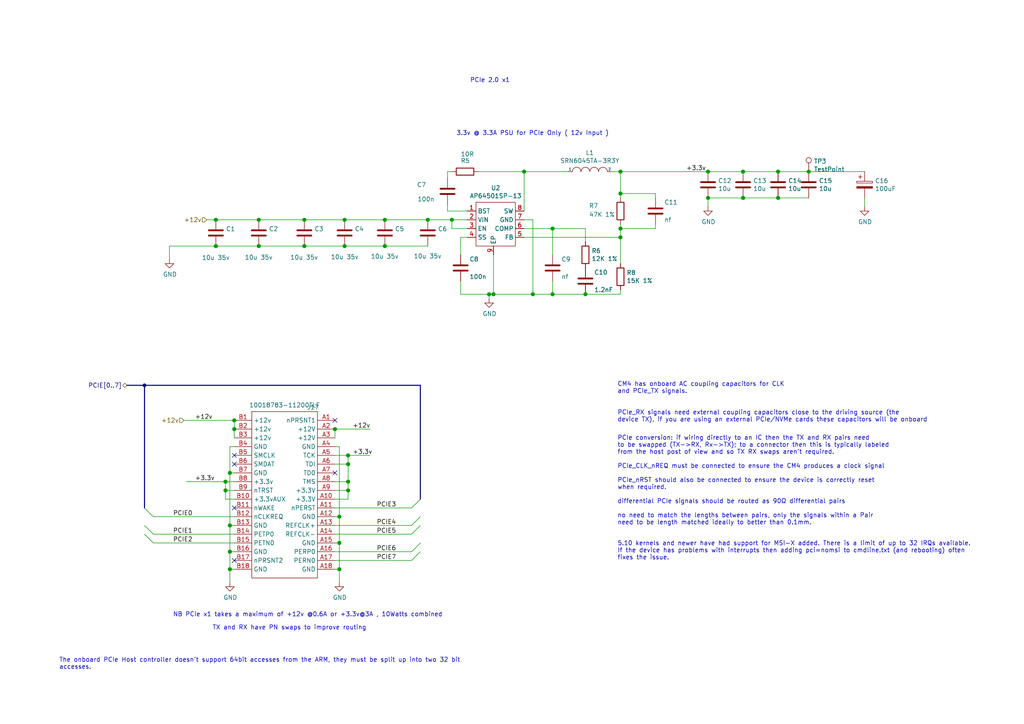
<source format=kicad_sch>
(kicad_sch (version 20210126) (generator eeschema)
  (paper "A4")
  (lib_symbols
    (symbol "CM4IO:AP64351"
      (property "Reference" "U" (at 0 8.89 0))
      (property "Value" "AP64351" (at 1.27 6.35 0))
      (symbol "AP64351_0_1"
        (rectangle (start -5.08 5.08) (end 6.35 -7.62))
      )
      (symbol "AP64351_1_1"
        (pin passive line (at -7.62 2.54 0) (length 2.54) (name "BST") (number "1"))
        (pin power_in line (at -7.62 0 0) (length 2.54) (name "VIN") (number "2"))
        (pin input line (at -7.62 -2.54 0) (length 2.54) (name "EN") (number "3"))
        (pin input line (at -7.62 -5.08 0) (length 2.54) (name "SS") (number "4"))
        (pin input line (at 8.89 -5.08 180) (length 2.54) (name "FB") (number "5"))
        (pin input line (at 8.89 -2.54 180) (length 2.54) (name "COMP") (number "6"))
        (pin power_in line (at 8.89 0 180) (length 2.54) (name "GND") (number "7"))
        (pin output line (at 8.89 2.54 180) (length 2.54) (name "SW") (number "8"))
        (pin passive line (at 0 -10.16 90) (length 2.54) (name "EP") (number "9"))
      )
    )
    (symbol "CM4IO:PCIe-x1"
      (property "Reference" "J" (at -13.97 36.83 0))
      (property "Value" "PCIe-x1" (at -5.08 -13.97 0))
      (symbol "PCIe-x1_0_0"
        (pin passive line (at 10.16 33.02 180) (length 5.08) (name "nPRSNT1") (number "A1"))
        (pin power_in line (at 10.16 10.16 180) (length 5.08) (name "+3.3V") (number "A10"))
        (pin input line (at 10.16 7.62 180) (length 5.08) (name "nPERST") (number "A11"))
        (pin power_in line (at 10.16 5.08 180) (length 5.08) (name "GND") (number "A12"))
        (pin input line (at 10.16 2.54 180) (length 5.08) (name "REFCLK+") (number "A13"))
        (pin input line (at 10.16 0 180) (length 5.08) (name "REFCLK-") (number "A14"))
        (pin power_in line (at 10.16 -2.54 180) (length 5.08) (name "GND") (number "A15"))
        (pin output line (at 10.16 -5.08 180) (length 5.08) (name "PERP0") (number "A16"))
        (pin output line (at 10.16 -7.62 180) (length 5.08) (name "PERN0") (number "A17"))
        (pin power_in line (at 10.16 -10.16 180) (length 5.08) (name "GND") (number "A18"))
        (pin power_in line (at 10.16 30.48 180) (length 5.08) (name "+12V") (number "A2"))
        (pin power_in line (at 10.16 27.94 180) (length 5.08) (name "+12V") (number "A3"))
        (pin power_in line (at 10.16 25.4 180) (length 5.08) (name "GND") (number "A4"))
        (pin input line (at 10.16 22.86 180) (length 5.08) (name "TCK") (number "A5"))
        (pin input line (at 10.16 20.32 180) (length 5.08) (name "TDI") (number "A6"))
        (pin output line (at 10.16 17.78 180) (length 5.08) (name "TD0") (number "A7"))
        (pin input line (at 10.16 15.24 180) (length 5.08) (name "TMS") (number "A8"))
        (pin power_in line (at 10.16 12.7 180) (length 5.08) (name "+3.3V") (number "A9"))
        (pin power_in line (at -19.05 33.02 0) (length 5.08) (name "+12v") (number "B1"))
        (pin power_in line (at -19.05 10.16 0) (length 5.08) (name "+3.3vAUX") (number "B10"))
        (pin open_collector line (at -19.05 7.62 0) (length 5.08) (name "nWAKE") (number "B11"))
        (pin open_collector line (at -19.05 5.08 0) (length 5.08) (name "nCLKREQ") (number "B12"))
        (pin power_in line (at -19.05 2.54 0) (length 5.08) (name "GND") (number "B13"))
        (pin input line (at -19.05 0 0) (length 5.08) (name "PETP0") (number "B14"))
        (pin input line (at -19.05 -2.54 0) (length 5.08) (name "PETN0") (number "B15"))
        (pin power_in line (at -19.05 -5.08 0) (length 5.08) (name "GND") (number "B16"))
        (pin passive line (at -19.05 -7.62 0) (length 5.08) (name "nPRSNT2") (number "B17"))
        (pin power_in line (at -19.05 -10.16 0) (length 5.08) (name "GND") (number "B18"))
        (pin power_in line (at -19.05 30.48 0) (length 5.08) (name "+12v") (number "B2"))
        (pin power_in line (at -19.05 27.94 0) (length 5.08) (name "+12v") (number "B3"))
        (pin power_in line (at -19.05 25.4 0) (length 5.08) (name "GND") (number "B4"))
        (pin passive line (at -19.05 22.86 0) (length 5.08) (name "SMCLK") (number "B5"))
        (pin passive line (at -19.05 20.32 0) (length 5.08) (name "SMDAT") (number "B6"))
        (pin power_in line (at -19.05 17.78 0) (length 5.08) (name "GND") (number "B7"))
        (pin power_in line (at -19.05 15.24 0) (length 5.08) (name "+3.3v") (number "B8"))
        (pin input line (at -19.05 12.7 0) (length 5.08) (name "nTRST") (number "B9"))
      )
      (symbol "PCIe-x1_0_1"
        (rectangle (start -13.97 35.56) (end 5.08 -12.7))
      )
    )
    (symbol "Connector:TestPoint" (pin_numbers hide) (pin_names (offset 0.762) hide)
      (property "Reference" "TP" (at 0 6.858 0))
      (property "Value" "TestPoint" (at 0 5.08 0))
      (symbol "TestPoint_0_1"
        (circle (center 0 3.302) (radius 0.762))
      )
      (symbol "TestPoint_1_1"
        (pin passive line (at 0 0 90) (length 2.54) (name "1") (number "1"))
      )
    )
    (symbol "Device:C" (pin_numbers hide) (pin_names (offset 0.254))
      (property "Reference" "C" (at 0.635 2.54 0))
      (property "Value" "C" (at 0.635 -2.54 0))
      (symbol "C_0_1"
        (polyline (pts (xy -2.032 -0.762) (xy 2.032 -0.762)) (stroke (width 0.508)))
        (polyline (pts (xy -2.032 0.762) (xy 2.032 0.762)) (stroke (width 0.508)))
      )
      (symbol "C_1_1"
        (pin passive line (at 0 3.81 270) (length 2.794) (name "~") (number "1"))
        (pin passive line (at 0 -3.81 90) (length 2.794) (name "~") (number "2"))
      )
    )
    (symbol "Device:CP" (pin_numbers hide) (pin_names (offset 0.254))
      (property "Reference" "C" (at 0.635 2.54 0))
      (property "Value" "CP" (at 0.635 -2.54 0))
      (symbol "CP_0_1"
        (rectangle (start -2.286 0.508) (end 2.286 1.016))
        (rectangle (start 2.286 -0.508) (end -2.286 -1.016) (fill (type outline)))
        (polyline (pts (xy -1.778 2.286) (xy -0.762 2.286)))
        (polyline (pts (xy -1.27 2.794) (xy -1.27 1.778)))
      )
      (symbol "CP_1_1"
        (pin passive line (at 0 3.81 270) (length 2.794) (name "~") (number "1"))
        (pin passive line (at 0 -3.81 90) (length 2.794) (name "~") (number "2"))
      )
    )
    (symbol "Device:R" (pin_numbers hide) (pin_names (offset 0))
      (property "Reference" "R" (at 2.032 0 90))
      (property "Value" "R" (at 0 0 90))
      (symbol "R_0_1"
        (rectangle (start -1.016 -2.54) (end 1.016 2.54) (stroke (width 0.254)))
      )
      (symbol "R_1_1"
        (pin passive line (at 0 3.81 270) (length 1.27) (name "~") (number "1"))
        (pin passive line (at 0 -3.81 90) (length 1.27) (name "~") (number "2"))
      )
    )
    (symbol "power:GND" (power) (pin_names (offset 0))
      (property "Value" "GND" (at 0 -3.81 0))
      (symbol "GND_0_1"
        (polyline (pts (xy 0 0) (xy 0 -1.27) (xy 1.27 -1.27) (xy 0 -2.54) (xy -1.27 -1.27) (xy 0 -1.27)))
      )
      (symbol "GND_1_1"
        (pin power_in line (at 0 0 270) (length 0) hide (name "GND") (number "1"))
      )
    )
    (symbol "pspice:INDUCTOR" (pin_numbers hide) (pin_names (offset 0))
      (property "Reference" "L" (at 0 2.54 0))
      (property "Value" "INDUCTOR" (at 0 -1.27 0))
      (symbol "INDUCTOR_0_1"
        (arc (start -2.54 0) (end -5.08 0) (radius (at -3.81 0) (length 1.27) (angles 0.1 179.9)))
        (arc (start 0 0) (end -2.54 0) (radius (at -1.27 0) (length 1.27) (angles 0.1 179.9)))
        (arc (start 2.54 0) (end 0 0) (radius (at 1.27 0) (length 1.27) (angles 0.1 179.9)))
        (arc (start 5.08 0) (end 2.54 0) (radius (at 3.81 0) (length 1.27) (angles 0.1 179.9)))
      )
      (symbol "INDUCTOR_1_1"
        (pin input line (at -6.35 0 0) (length 1.27) (name "1") (number "1"))
        (pin input line (at 6.35 0 180) (length 1.27) (name "2") (number "2"))
      )
    )
  )
  (junction (at 62.611 63.754) (diameter 1.016))
  (junction (at 62.611 71.374) (diameter 1.016))
  (junction (at 65.405 139.7) (diameter 1.016))
  (junction (at 65.405 142.24) (diameter 1.016))
  (junction (at 66.675 137.16) (diameter 1.016))
  (junction (at 66.675 152.4) (diameter 1.016))
  (junction (at 66.675 160.02) (diameter 1.016))
  (junction (at 66.675 165.1) (diameter 1.016))
  (junction (at 67.945 121.92) (diameter 1.016))
  (junction (at 67.945 124.46) (diameter 1.016))
  (junction (at 75.057 63.754) (diameter 1.016))
  (junction (at 75.057 71.374) (diameter 1.016))
  (junction (at 88.265 63.754) (diameter 1.016))
  (junction (at 88.265 71.374) (diameter 1.016))
  (junction (at 97.155 124.46) (diameter 1.016))
  (junction (at 98.425 149.86) (diameter 1.016))
  (junction (at 98.425 157.48) (diameter 1.016))
  (junction (at 98.425 165.1) (diameter 1.016))
  (junction (at 99.949 63.754) (diameter 1.016))
  (junction (at 99.949 71.374) (diameter 1.016))
  (junction (at 100.965 132.08) (diameter 1.016))
  (junction (at 100.965 134.62) (diameter 1.016))
  (junction (at 100.965 139.7) (diameter 1.016))
  (junction (at 100.965 142.24) (diameter 1.016))
  (junction (at 111.633 63.754) (diameter 1.016))
  (junction (at 111.633 71.374) (diameter 1.016))
  (junction (at 124.079 63.754) (diameter 1.016))
  (junction (at 131.064 63.754) (diameter 1.016))
  (junction (at 141.859 85.344) (diameter 1.016))
  (junction (at 143.129 85.344) (diameter 1.016))
  (junction (at 152.019 49.784) (diameter 1.016))
  (junction (at 154.559 85.344) (diameter 1.016))
  (junction (at 160.274 66.294) (diameter 1.016))
  (junction (at 160.274 85.344) (diameter 1.016))
  (junction (at 169.799 85.344) (diameter 1.016))
  (junction (at 179.959 49.784) (diameter 1.016))
  (junction (at 179.959 56.134) (diameter 1.016))
  (junction (at 179.959 66.294) (diameter 1.016))
  (junction (at 179.959 68.834) (diameter 1.016))
  (junction (at 205.359 49.784) (diameter 1.016))
  (junction (at 205.359 57.404) (diameter 1.016))
  (junction (at 215.519 49.784) (diameter 1.016))
  (junction (at 215.519 57.404) (diameter 1.016))
  (junction (at 225.679 49.784) (diameter 1.016))
  (junction (at 225.679 57.404) (diameter 1.016))
  (junction (at 234.569 49.784) (diameter 1.016))
  (junction (at 41.91 111.76) (diameter 0.9144))
  (no_connect (at 67.945 132.08))
  (no_connect (at 67.945 134.62))
  (no_connect (at 67.945 147.32))
  (no_connect (at 67.945 162.56))
  (no_connect (at 97.155 121.92))
  (no_connect (at 97.155 137.16))
  (bus_entry (at 41.91 147.32) (size 2.54 2.54) (stroke (width 0.1524)))
  (bus_entry (at 41.91 152.4) (size 2.54 2.54) (stroke (width 0.1524)))
  (bus_entry (at 41.91 154.94) (size 2.54 2.54) (stroke (width 0.1524)))
  (bus_entry (at 121.92 144.78) (size -2.54 2.54) (stroke (width 0.1524)))
  (bus_entry (at 121.92 149.86) (size -2.54 2.54) (stroke (width 0.1524)))
  (bus_entry (at 121.92 152.4) (size -2.54 2.54) (stroke (width 0.1524)))
  (bus_entry (at 121.92 157.48) (size -2.54 2.54) (stroke (width 0.1524)))
  (bus_entry (at 121.92 160.02) (size -2.54 2.54) (stroke (width 0.1524)))
  (wire (pts (xy 49.149 71.374) (xy 49.149 75.184)))
  (wire (pts (xy 49.149 71.374) (xy 62.611 71.374)))
  (wire (pts (xy 53.34 121.92) (xy 67.945 121.92)))
  (wire (pts (xy 53.975 139.7) (xy 65.405 139.7)))
  (wire (pts (xy 59.944 63.754) (xy 62.611 63.754)))
  (wire (pts (xy 62.611 63.754) (xy 75.057 63.754)))
  (wire (pts (xy 62.611 71.374) (xy 75.057 71.374)))
  (wire (pts (xy 65.405 139.7) (xy 65.405 142.24)))
  (wire (pts (xy 65.405 139.7) (xy 67.945 139.7)))
  (wire (pts (xy 65.405 142.24) (xy 65.405 144.78)))
  (wire (pts (xy 65.405 142.24) (xy 67.945 142.24)))
  (wire (pts (xy 65.405 144.78) (xy 67.945 144.78)))
  (wire (pts (xy 66.675 129.54) (xy 66.675 137.16)))
  (wire (pts (xy 66.675 137.16) (xy 66.675 152.4)))
  (wire (pts (xy 66.675 152.4) (xy 66.675 160.02)))
  (wire (pts (xy 66.675 160.02) (xy 66.675 165.1)))
  (wire (pts (xy 66.675 165.1) (xy 66.675 168.91)))
  (wire (pts (xy 66.675 165.1) (xy 67.945 165.1)))
  (wire (pts (xy 67.945 124.46) (xy 67.945 121.92)))
  (wire (pts (xy 67.945 127) (xy 67.945 124.46)))
  (wire (pts (xy 67.945 129.54) (xy 66.675 129.54)))
  (wire (pts (xy 67.945 137.16) (xy 66.675 137.16)))
  (wire (pts (xy 67.945 149.86) (xy 44.45 149.86)))
  (wire (pts (xy 67.945 152.4) (xy 66.675 152.4)))
  (wire (pts (xy 67.945 154.94) (xy 44.45 154.94)))
  (wire (pts (xy 67.945 157.48) (xy 44.45 157.48)))
  (wire (pts (xy 67.945 160.02) (xy 66.675 160.02)))
  (wire (pts (xy 75.057 63.754) (xy 88.265 63.754)))
  (wire (pts (xy 75.057 71.374) (xy 88.265 71.374)))
  (wire (pts (xy 88.265 63.754) (xy 99.949 63.754)))
  (wire (pts (xy 88.265 71.374) (xy 99.949 71.374)))
  (wire (pts (xy 97.155 124.46) (xy 107.315 124.46)))
  (wire (pts (xy 97.155 127) (xy 97.155 124.46)))
  (wire (pts (xy 97.155 129.54) (xy 98.425 129.54)))
  (wire (pts (xy 97.155 132.08) (xy 100.965 132.08)))
  (wire (pts (xy 97.155 134.62) (xy 100.965 134.62)))
  (wire (pts (xy 97.155 139.7) (xy 100.965 139.7)))
  (wire (pts (xy 97.155 142.24) (xy 100.965 142.24)))
  (wire (pts (xy 97.155 144.78) (xy 100.965 144.78)))
  (wire (pts (xy 97.155 147.32) (xy 119.38 147.32)))
  (wire (pts (xy 97.155 149.86) (xy 98.425 149.86)))
  (wire (pts (xy 97.155 152.4) (xy 119.38 152.4)))
  (wire (pts (xy 97.155 154.94) (xy 119.38 154.94)))
  (wire (pts (xy 97.155 157.48) (xy 98.425 157.48)))
  (wire (pts (xy 97.155 160.02) (xy 119.38 160.02)))
  (wire (pts (xy 97.155 162.56) (xy 119.38 162.56)))
  (wire (pts (xy 98.425 129.54) (xy 98.425 149.86)))
  (wire (pts (xy 98.425 149.86) (xy 98.425 157.48)))
  (wire (pts (xy 98.425 157.48) (xy 98.425 165.1)))
  (wire (pts (xy 98.425 165.1) (xy 97.155 165.1)))
  (wire (pts (xy 98.425 165.1) (xy 98.425 168.91)))
  (wire (pts (xy 99.949 63.754) (xy 111.633 63.754)))
  (wire (pts (xy 99.949 71.374) (xy 111.633 71.374)))
  (wire (pts (xy 100.965 132.08) (xy 100.965 134.62)))
  (wire (pts (xy 100.965 132.08) (xy 107.315 132.08)))
  (wire (pts (xy 100.965 134.62) (xy 100.965 139.7)))
  (wire (pts (xy 100.965 139.7) (xy 100.965 142.24)))
  (wire (pts (xy 100.965 144.78) (xy 100.965 142.24)))
  (wire (pts (xy 111.633 63.754) (xy 124.079 63.754)))
  (wire (pts (xy 111.633 71.374) (xy 124.079 71.374)))
  (wire (pts (xy 124.079 63.754) (xy 131.064 63.754)))
  (wire (pts (xy 129.794 49.784) (xy 131.064 49.784)))
  (wire (pts (xy 129.794 51.689) (xy 129.794 49.784)))
  (wire (pts (xy 129.794 59.309) (xy 129.794 61.214)))
  (wire (pts (xy 129.794 61.214) (xy 135.509 61.214)))
  (wire (pts (xy 131.064 63.754) (xy 131.064 66.294)))
  (wire (pts (xy 131.064 63.754) (xy 135.509 63.754)))
  (wire (pts (xy 131.064 66.294) (xy 135.509 66.294)))
  (wire (pts (xy 133.604 68.834) (xy 133.604 73.914)))
  (wire (pts (xy 133.604 81.534) (xy 133.604 85.344)))
  (wire (pts (xy 133.604 85.344) (xy 141.859 85.344)))
  (wire (pts (xy 135.509 68.834) (xy 133.604 68.834)))
  (wire (pts (xy 138.684 49.784) (xy 152.019 49.784)))
  (wire (pts (xy 141.859 85.344) (xy 143.129 85.344)))
  (wire (pts (xy 141.859 86.614) (xy 141.859 85.344)))
  (wire (pts (xy 143.129 73.914) (xy 143.129 85.344)))
  (wire (pts (xy 143.129 85.344) (xy 154.559 85.344)))
  (wire (pts (xy 152.019 49.784) (xy 152.019 61.214)))
  (wire (pts (xy 152.019 49.784) (xy 164.719 49.784)))
  (wire (pts (xy 152.019 63.754) (xy 154.559 63.754)))
  (wire (pts (xy 152.019 66.294) (xy 160.274 66.294)))
  (wire (pts (xy 152.019 68.834) (xy 179.959 68.834)))
  (wire (pts (xy 154.559 63.754) (xy 154.559 85.344)))
  (wire (pts (xy 154.559 85.344) (xy 160.274 85.344)))
  (wire (pts (xy 160.274 66.294) (xy 160.274 73.914)))
  (wire (pts (xy 160.274 66.294) (xy 169.799 66.294)))
  (wire (pts (xy 160.274 81.534) (xy 160.274 85.344)))
  (wire (pts (xy 160.274 85.344) (xy 169.799 85.344)))
  (wire (pts (xy 169.799 70.104) (xy 169.799 66.294)))
  (wire (pts (xy 169.799 85.344) (xy 179.959 85.344)))
  (wire (pts (xy 177.419 49.784) (xy 179.959 49.784)))
  (wire (pts (xy 179.959 49.784) (xy 179.959 56.134)))
  (wire (pts (xy 179.959 49.784) (xy 205.359 49.784)))
  (wire (pts (xy 179.959 56.134) (xy 179.959 57.404)))
  (wire (pts (xy 179.959 56.134) (xy 190.119 56.134)))
  (wire (pts (xy 179.959 65.024) (xy 179.959 66.294)))
  (wire (pts (xy 179.959 66.294) (xy 179.959 68.834)))
  (wire (pts (xy 179.959 66.294) (xy 190.119 66.294)))
  (wire (pts (xy 179.959 68.834) (xy 179.959 76.454)))
  (wire (pts (xy 179.959 85.344) (xy 179.959 84.074)))
  (wire (pts (xy 190.119 56.134) (xy 190.119 57.404)))
  (wire (pts (xy 190.119 66.294) (xy 190.119 65.024)))
  (wire (pts (xy 205.359 49.784) (xy 215.519 49.784)))
  (wire (pts (xy 205.359 57.404) (xy 205.359 59.944)))
  (wire (pts (xy 215.519 49.784) (xy 225.679 49.784)))
  (wire (pts (xy 215.519 57.404) (xy 205.359 57.404)))
  (wire (pts (xy 225.679 49.784) (xy 234.569 49.784)))
  (wire (pts (xy 225.679 57.404) (xy 215.519 57.404)))
  (wire (pts (xy 234.569 49.784) (xy 250.7742 49.784)))
  (wire (pts (xy 234.569 57.404) (xy 225.679 57.404)))
  (wire (pts (xy 250.7742 57.404) (xy 250.7742 59.944)))
  (bus (pts (xy 36.83 111.76) (xy 41.91 111.76)))
  (bus (pts (xy 41.91 111.76) (xy 41.91 154.94)))
  (bus (pts (xy 41.91 111.76) (xy 121.92 111.76)))
  (bus (pts (xy 121.92 111.76) (xy 121.92 160.02)))
  (text "The onboard PCIe Host controller doesn’t support 64bit accesses from the ARM, they must be split up into two 32 bit\naccesses.\n" (at 17.145 194.31 0) (effects (font (size 1.27 1.27)) (justify left bottom)))
  (text "NB PCIe x1 takes a maximum of +12v @0.6A or +3.3v@3A , 10Watts combined" (at 50.165 179.07 0) (effects (font (size 1.27 1.27)) (justify left bottom)))
  (text "TX and RX have PN swaps to improve routing\n" (at 61.595 182.88 0) (effects (font (size 1.27 1.27)) (justify left bottom)))
  (text "3.3v @ 3.3A PSU for PCIe Only ( 12v Input )\n\n" (at 132.334 41.529 0) (effects (font (size 1.27 1.27)) (justify left bottom)))
  (text "PCIe 2.0 x1" (at 147.955 24.13 180) (effects (font (size 1.27 1.27)) (justify right bottom)))
  (text "CM4 has onboard AC coupling capacitors for CLK\nand PCIe_TX signals." (at 179.07 114.3 0) (effects (font (size 1.27 1.27)) (justify left bottom)))
  (text "PCIe_RX signals need external coupling capacitors close to the driving source (the\ndevice TX), if you are using an external PCIe/NVMe cards these capacitors will be onboard" (at 179.07 122.555 0) (effects (font (size 1.27 1.27)) (justify left bottom)))
  (text "PCIe conversion: if wiring directly to an IC then the TX and RX pairs need\nto be swapped (TX->RX, Rx->TX); to a connector then this is typically labeled\nfrom the host post of view and so TX RX swaps aren’t required.\n\nPCIe_CLK_nREQ must be connected to ensure the CM4 produces a clock signal\n\nPCIe_nRST should also be connected to ensure the device is correctly reset\nwhen required.\n\ndifferential PCIe signals should be routed as 90Ω differential pairs\n\nno need to match the lengths between pairs, only the signals within a Pair\nneed to be length matched ideally to better than 0.1mm.\n" (at 179.07 152.4 0) (effects (font (size 1.27 1.27)) (justify left bottom)))
  (text "5.10 kernels and newer have had support for MSI-X added. There is a limit of up to 32 IRQs available.\nIf the device has problems with interrupts then adding pci=nomsi to cmdline.txt (and rebooting) often\nfixes the issue.\n" (at 179.07 162.56 0) (effects (font (size 1.27 1.27)) (justify left bottom)))
  (label "PCIE0" (at 50.165 149.86 0))
  (label "PCIE1" (at 50.165 154.94 0))
  (label "PCIE2" (at 50.165 157.48 0))
  (label "+12v" (at 56.515 121.92 0))
  (label "+3.3v" (at 56.515 139.7 0))
  (label "+12v" (at 102.235 124.46 0))
  (label "+3.3v" (at 102.235 132.08 0))
  (label "PCIE3" (at 114.935 147.32 180))
  (label "PCIE4" (at 114.935 152.4 180))
  (label "PCIE5" (at 114.935 154.94 180))
  (label "PCIE6" (at 114.935 160.02 180))
  (label "PCIE7" (at 114.935 162.56 180))
  (label "+3.3v" (at 199.009 49.784 0))
  (hierarchical_label "PCIE[0..7]" (shape bidirectional) (at 36.83 111.76 180))
  (hierarchical_label "+12v" (shape input) (at 53.34 121.92 180))
  (hierarchical_label "+12v" (shape input) (at 59.944 63.754 180))
  (symbol (lib_id "Connector:TestPoint") (at 234.569 49.784 0) (unit 1)
    (property "Reference" "TP3" (at 236.0422 46.7868 0) (effects (justify left)))
    (property "Value" "TestPoint" (at 236.0422 49.0982 0) (effects (justify left)))
    (property "Footprint" "TestPoint:TestPoint_Pad_2.0x2.0mm" (effects hide))
    (property "Field4" "nf" (effects hide))
    (property "Field5" "nf" (effects hide))
    (property "Field6" "nf" (effects hide))
    (property "Field7" "nf" (effects hide))
  )
  (symbol (lib_id "power:GND") (at 49.149 75.184 0) (unit 1)
    (property "Reference" "#PWR021" (effects hide))
    (property "Value" "GND" (at 49.276 79.5782 0))
  )
  (symbol (lib_id "power:GND") (at 66.675 168.91 0) (unit 1)
    (property "Reference" "#PWR022" (effects hide))
    (property "Value" "GND" (at 66.802 173.3042 0))
  )
  (symbol (lib_id "power:GND") (at 98.425 168.91 0) (unit 1)
    (property "Reference" "#PWR023" (effects hide))
    (property "Value" "GND" (at 98.552 173.3042 0))
  )
  (symbol (lib_id "power:GND") (at 141.859 86.614 0) (unit 1)
    (property "Reference" "#PWR024" (effects hide))
    (property "Value" "GND" (at 141.986 91.0082 0))
  )
  (symbol (lib_id "power:GND") (at 205.359 59.944 0) (unit 1)
    (property "Reference" "#PWR025" (effects hide))
    (property "Value" "GND" (at 205.486 64.3382 0))
  )
  (symbol (lib_id "power:GND") (at 250.7742 59.944 0) (unit 1)
    (property "Reference" "#PWR026" (effects hide))
    (property "Value" "GND" (at 250.9012 64.3382 0))
  )
  (symbol (lib_id "Device:R") (at 134.874 49.784 270) (unit 1)
    (property "Reference" "R5" (at 133.604 46.609 90) (effects (justify left)))
    (property "Value" "10R" (at 133.604 44.704 90) (effects (justify left)))
    (property "Footprint" "Resistor_SMD:R_0402_1005Metric" (effects hide))
    (property "Datasheet" "https://fscdn.rohm.com/en/products/databook/datasheet/passive/resistor/chip_resistor/mcr-e.pdf" (effects hide))
    (property "Field4" "Farnell" (effects hide))
    (property "Field5" "9238999" (effects hide))
    (property "Field7" "Yageo" (effects hide))
    (property "Field6" "RC0402FR-0710RL" (effects hide))
    (property "Field8" "URES00256" (effects hide))
    (property "Part Description" "Resistor 10R M1005 1% 63mW" (effects hide))
  )
  (symbol (lib_id "Device:R") (at 169.799 73.914 0) (unit 1)
    (property "Reference" "R6" (at 171.577 72.7456 0) (effects (justify left)))
    (property "Value" "12K 1%" (at 171.577 75.057 0) (effects (justify left)))
    (property "Footprint" "Resistor_SMD:R_0402_1005Metric" (effects hide))
    (property "Datasheet" "https://fscdn.rohm.com/en/products/databook/datasheet/passive/resistor/chip_resistor/mcr-e.pdf" (effects hide))
    (property "Field4" "Farnell" (effects hide))
    (property "Field5" "9239367" (effects hide))
    (property "Field7" "Rohm" (effects hide))
    (property "Field6" "MCR01MZPF1202" (effects hide))
    (property "Part Description" "Resistor 12K M1005 1% 63mW" (effects hide))
  )
  (symbol (lib_id "Device:R") (at 179.959 61.214 0) (unit 1)
    (property "Reference" "R7" (at 170.815 59.69 0) (effects (justify left)))
    (property "Value" "47K 1%" (at 170.815 62.23 0) (effects (justify left)))
    (property "Footprint" "Resistor_SMD:R_0402_1005Metric" (effects hide))
    (property "Datasheet" "https://fscdn.rohm.com/en/products/databook/datasheet/passive/resistor/chip_resistor/mcr-e.pdf" (effects hide))
    (property "Field4" "Farnell" (effects hide))
    (property "Field5" "9239430" (effects hide))
    (property "Field7" "KOA EUROPE GMBH" (effects hide))
    (property "Field6" "RK73G1ETQTP4702D  " (effects hide))
    (property "Part Description" "Resistor 47K M1005 1% 63mW" (effects hide))
    (property "Field8" "120892781" (effects hide))
  )
  (symbol (lib_id "Device:R") (at 179.959 80.264 0) (unit 1)
    (property "Reference" "R8" (at 181.737 79.0956 0) (effects (justify left)))
    (property "Value" "15K 1%" (at 181.737 81.407 0) (effects (justify left)))
    (property "Footprint" "Resistor_SMD:R_0402_1005Metric" (effects hide))
    (property "Datasheet" "https://fscdn.rohm.com/en/products/databook/datasheet/passive/resistor/chip_resistor/mcr-e.pdf" (effects hide))
    (property "Field4" "Farnell" (effects hide))
    (property "Field5" "9239375" (effects hide))
    (property "Field6" "MCR01MZPF1502" (effects hide))
    (property "Field7" "Rohm" (effects hide))
    (property "Part Description" "Resistor 15K M1005 1% 63mW" (effects hide))
    (property "Field8" "120891581" (effects hide))
  )
  (symbol (lib_id "pspice:INDUCTOR") (at 171.069 49.784 0) (unit 1)
    (property "Reference" "L1" (at 171.069 44.323 0))
    (property "Value" "SRN6045TA-3R3Y" (at 171.069 46.6344 0))
    (property "Footprint" "Inductor_SMD:L_Bourns_SRN6045TA" (effects hide))
    (property "Datasheet" "https://www.bourns.com/docs/Product-Datasheets/SRN6045TA.pdf" (effects hide))
    (property "Field4" "Farnell" (effects hide))
    (property "Field5" "2616889" (effects hide))
    (property "Field6" "SRN6045TA-3R3Y" (effects hide))
    (property "Field7" "Bourns" (effects hide))
    (property "Part Description" "3.3µH Semi-Shielded Wirewound Inductor 7.8A 21mOhm Nonstandard" (effects hide))
  )
  (symbol (lib_id "Device:C") (at 62.611 67.564 0) (unit 1)
    (property "Reference" "C1" (at 65.532 66.3956 0) (effects (justify left)))
    (property "Value" "10u 35v" (at 58.5216 74.7268 0) (effects (justify left)))
    (property "Footprint" "Capacitor_SMD:C_0805_2012Metric" (effects hide))
    (property "Datasheet" "https://www.murata.com/en-global/products/productdetail.aspx?partno=GRM21BC8YA106ME11%23" (effects hide))
    (property "Field5" "490-10505-1-ND" (effects hide))
    (property "Field4" "Digikey" (effects hide))
    (property "Field6" "GRM21BC8YA106KE11L " (effects hide))
    (property "Field7" "Murata" (effects hide))
    (property "Part Description" "	10uF 10% or 20% 35V Ceramic Capacitor X6S 0805 (2012 Metric)" (effects hide))
  )
  (symbol (lib_id "Device:C") (at 75.057 67.564 0) (unit 1)
    (property "Reference" "C2" (at 77.978 66.3956 0) (effects (justify left)))
    (property "Value" "10u 35v" (at 70.9676 74.6506 0) (effects (justify left)))
    (property "Footprint" "Capacitor_SMD:C_0805_2012Metric" (effects hide))
    (property "Datasheet" "https://www.murata.com/en-global/products/productdetail.aspx?partno=GRM21BC8YA106ME11%23" (effects hide))
    (property "Field5" "490-10505-1-ND" (effects hide))
    (property "Field4" "Digikey" (effects hide))
    (property "Field6" "GRM21BC8YA106KE11L " (effects hide))
    (property "Field7" "Murata" (effects hide))
    (property "Part Description" "	10uF 10% or 20% 35V Ceramic Capacitor X6S 0805 (2012 Metric)" (effects hide))
  )
  (symbol (lib_id "Device:C") (at 88.265 67.564 0) (unit 1)
    (property "Reference" "C3" (at 91.186 66.3956 0) (effects (justify left)))
    (property "Value" "10u 35v" (at 84.1502 74.6506 0) (effects (justify left)))
    (property "Footprint" "Capacitor_SMD:C_0805_2012Metric" (effects hide))
    (property "Datasheet" "https://www.murata.com/en-global/products/productdetail.aspx?partno=GRM21BC8YA106ME11%23" (effects hide))
    (property "Field5" "490-10505-1-ND" (effects hide))
    (property "Field4" "Digikey" (effects hide))
    (property "Field6" "GRM21BC8YA106KE11L " (effects hide))
    (property "Field7" "Murata" (effects hide))
    (property "Part Description" "	10uF 10% or 20% 35V Ceramic Capacitor X6S 0805 (2012 Metric)" (effects hide))
  )
  (symbol (lib_id "Device:C") (at 99.949 67.564 0) (unit 1)
    (property "Reference" "C4" (at 102.87 66.3956 0) (effects (justify left)))
    (property "Value" "10u 35v" (at 95.9104 74.5236 0) (effects (justify left)))
    (property "Footprint" "Capacitor_SMD:C_0805_2012Metric" (effects hide))
    (property "Datasheet" "https://www.murata.com/en-global/products/productdetail.aspx?partno=GRM21BC8YA106ME11%23" (effects hide))
    (property "Field5" "490-10505-1-ND" (effects hide))
    (property "Field4" "Digikey" (effects hide))
    (property "Field6" "GRM21BC8YA106KE11L " (effects hide))
    (property "Field7" "Murata" (effects hide))
    (property "Part Description" "	10uF 10% or 20% 35V Ceramic Capacitor X6S 0805 (2012 Metric)" (effects hide))
  )
  (symbol (lib_id "Device:C") (at 111.633 67.564 0) (unit 1)
    (property "Reference" "C5" (at 114.554 66.3956 0) (effects (justify left)))
    (property "Value" "10u 35v" (at 107.5182 74.3712 0) (effects (justify left)))
    (property "Footprint" "Capacitor_SMD:C_0805_2012Metric" (effects hide))
    (property "Datasheet" "https://www.murata.com/en-global/products/productdetail.aspx?partno=GRM21BC8YA106ME11%23" (effects hide))
    (property "Field5" "490-10505-1-ND" (effects hide))
    (property "Field4" "Digikey" (effects hide))
    (property "Field6" "GRM21BC8YA106KE11L " (effects hide))
    (property "Field7" "Murata" (effects hide))
    (property "Part Description" "	10uF 10% or 20% 35V Ceramic Capacitor X6S 0805 (2012 Metric)" (effects hide))
  )
  (symbol (lib_id "Device:C") (at 124.079 67.564 0) (unit 1)
    (property "Reference" "C6" (at 127 66.3956 0) (effects (justify left)))
    (property "Value" "10u 35v" (at 119.9642 74.295 0) (effects (justify left)))
    (property "Footprint" "Capacitor_SMD:C_0805_2012Metric" (effects hide))
    (property "Datasheet" "https://www.murata.com/en-global/products/productdetail.aspx?partno=GRM21BC8YA106ME11%23" (effects hide))
    (property "Field5" "490-10505-1-ND" (effects hide))
    (property "Field4" "Digikey" (effects hide))
    (property "Field6" "GRM21BC8YA106KE11L " (effects hide))
    (property "Field7" "Murata" (effects hide))
    (property "Part Description" "	10uF 10% or 20% 35V Ceramic Capacitor X6S 0805 (2012 Metric)" (effects hide))
  )
  (symbol (lib_id "Device:C") (at 129.794 55.499 0) (unit 1)
    (property "Reference" "C7" (at 120.904 53.594 0) (effects (justify left)))
    (property "Value" "100n" (at 121.0564 57.7596 0) (effects (justify left)))
    (property "Footprint" "Capacitor_SMD:C_0402_1005Metric" (effects hide))
    (property "Datasheet" "https://search.murata.co.jp/Ceramy/image/img/A01X/G101/ENG/GRM155R71C104KA88-01.pdf" (effects hide))
    (property "Field4" "Farnell" (effects hide))
    (property "Field5" "2611911" (effects hide))
    (property "Field6" "RM EMK105 B7104KV-F" (effects hide))
    (property "Field7" "TAIYO YUDEN EUROPE GMBH" (effects hide))
    (property "Part Description" "	0.1uF 10% 16V Ceramic Capacitor X7R 0402 (1005 Metric)" (effects hide))
    (property "Field8" "110091611" (effects hide))
  )
  (symbol (lib_id "Device:C") (at 133.604 77.724 0) (unit 1)
    (property "Reference" "C8" (at 136.144 75.184 0) (effects (justify left)))
    (property "Value" "100n" (at 136.144 80.264 0) (effects (justify left)))
    (property "Footprint" "Capacitor_SMD:C_0402_1005Metric" (effects hide))
    (property "Datasheet" "https://search.murata.co.jp/Ceramy/image/img/A01X/G101/ENG/GRM155R71C104KA88-01.pdf" (effects hide))
    (property "Field4" "Farnell" (effects hide))
    (property "Field5" "2611911" (effects hide))
    (property "Field6" "RM EMK105 B7104KV-F" (effects hide))
    (property "Field7" "TAIYO YUDEN EUROPE GMBH" (effects hide))
    (property "Part Description" "	0.1uF 10% 16V Ceramic Capacitor X7R 0402 (1005 Metric)" (effects hide))
    (property "Field8" "110091611" (effects hide))
  )
  (symbol (lib_id "Device:C") (at 160.274 77.724 0) (unit 1)
    (property "Reference" "C9" (at 162.814 75.184 0) (effects (justify left)))
    (property "Value" "nf" (at 162.814 80.264 0) (effects (justify left)))
    (property "Footprint" "Capacitor_SMD:C_0402_1005Metric" (effects hide))
  )
  (symbol (lib_id "Device:C") (at 169.799 81.534 0) (unit 1)
    (property "Reference" "C10" (at 172.339 78.994 0) (effects (justify left)))
    (property "Value" "1.2nF" (at 172.339 84.074 0) (effects (justify left)))
    (property "Footprint" "Capacitor_SMD:C_0402_1005Metric" (effects hide))
    (property "Datasheet" "http://www.farnell.com/datasheets/2734135.pdf?_ga=2.259347658.1738794919.1588350964-1787849031.1568210898&_gac=1.15394434.1588350964.EAIaIQobChMIgrHHs4yT6QIVxevtCh39TA_nEAAYASAAEgK8PfD_BwE" (effects hide))
    (property "Field4" "Digikey" (effects hide))
    (property "Field5" "490-16429-1-ND" (effects hide))
    (property "Field6" "GCM155R71H122KA37D" (effects hide))
    (property "Field7" "Murata" (effects hide))
    (property "Part Description" "1200pF 10% 10V Ceramic Capacitor X5R 0402 (1005 Metric)" (effects hide))
  )
  (symbol (lib_id "Device:C") (at 190.119 61.214 0) (unit 1)
    (property "Reference" "C11" (at 192.659 58.674 0) (effects (justify left)))
    (property "Value" "nf" (at 192.659 63.754 0) (effects (justify left)))
    (property "Footprint" "Capacitor_SMD:C_0402_1005Metric" (effects hide))
    (property "Datasheet" "https://search.murata.co.jp/Ceramy/image/img/A01X/G101/ENG/GJM1555C1H270JB01-01.pdf" (effects hide))
    (property "Field4" "Digikey" (effects hide))
    (property "Field5" "	490-17672-2-ND" (effects hide))
    (property "Field6" "GJM1555C1H270JB01D" (effects hide))
    (property "Field7" "Murata" (effects hide))
    (property "Part Description" "	27pF 5% 50V Ceramic Capacitor C0G, NP0 0402 (1005 Metric)" (effects hide))
  )
  (symbol (lib_id "Device:C") (at 205.359 53.594 0) (unit 1)
    (property "Reference" "C12" (at 208.28 52.4256 0) (effects (justify left)))
    (property "Value" "10u" (at 208.28 54.737 0) (effects (justify left)))
    (property "Footprint" "Capacitor_SMD:C_0805_2012Metric" (effects hide))
    (property "Datasheet" "https://search.murata.co.jp/Ceramy/image/img/A01X/G101/ENG/GRM21BR71A106KA73-01.pdf" (effects hide))
    (property "Field5" "490-14381-1-ND" (effects hide))
    (property "Field4" "Digikey" (effects hide))
    (property "Field6" "GRM21BR71A106KA73L" (effects hide))
    (property "Field7" "Murata" (effects hide))
    (property "Part Description" "	10uF 10% 10V Ceramic Capacitor X7R 0805 (2012 Metric)" (effects hide))
    (property "Field8" "111893011" (effects hide))
  )
  (symbol (lib_id "Device:C") (at 215.519 53.594 0) (unit 1)
    (property "Reference" "C13" (at 218.44 52.4256 0) (effects (justify left)))
    (property "Value" "10u" (at 218.44 54.737 0) (effects (justify left)))
    (property "Footprint" "Capacitor_SMD:C_0805_2012Metric" (effects hide))
    (property "Datasheet" "https://search.murata.co.jp/Ceramy/image/img/A01X/G101/ENG/GRM21BR71A106KA73-01.pdf" (effects hide))
    (property "Field5" "490-14381-1-ND" (effects hide))
    (property "Field4" "Digikey" (effects hide))
    (property "Field6" "GRM21BR71A106KA73L" (effects hide))
    (property "Field7" "Murata" (effects hide))
    (property "Part Description" "	10uF 10% 10V Ceramic Capacitor X7R 0805 (2012 Metric)" (effects hide))
    (property "Field8" "111893011" (effects hide))
  )
  (symbol (lib_id "Device:C") (at 225.679 53.594 0) (unit 1)
    (property "Reference" "C14" (at 228.6 52.4256 0) (effects (justify left)))
    (property "Value" "10u" (at 228.6 54.737 0) (effects (justify left)))
    (property "Footprint" "Capacitor_SMD:C_0805_2012Metric" (effects hide))
    (property "Datasheet" "https://search.murata.co.jp/Ceramy/image/img/A01X/G101/ENG/GRM21BR71A106KA73-01.pdf" (effects hide))
    (property "Field5" "490-14381-1-ND" (effects hide))
    (property "Field4" "Digikey" (effects hide))
    (property "Field6" "GRM21BR71A106KA73L" (effects hide))
    (property "Field7" "Murata" (effects hide))
    (property "Part Description" "	10uF 10% 10V Ceramic Capacitor X7R 0805 (2012 Metric)" (effects hide))
    (property "Field8" "111893011" (effects hide))
  )
  (symbol (lib_id "Device:C") (at 234.569 53.594 0) (unit 1)
    (property "Reference" "C15" (at 237.49 52.4256 0) (effects (justify left)))
    (property "Value" "10u" (at 237.49 54.737 0) (effects (justify left)))
    (property "Footprint" "Capacitor_SMD:C_0805_2012Metric" (effects hide))
    (property "Datasheet" "https://search.murata.co.jp/Ceramy/image/img/A01X/G101/ENG/GRM21BR71A106KA73-01.pdf" (effects hide))
    (property "Field5" "490-14381-1-ND" (effects hide))
    (property "Field4" "Digikey" (effects hide))
    (property "Field6" "GRM21BR71A106KA73L" (effects hide))
    (property "Field7" "Murata" (effects hide))
    (property "Part Description" "	10uF 10% 10V Ceramic Capacitor X7R 0805 (2012 Metric)" (effects hide))
    (property "Field8" "111893011" (effects hide))
  )
  (symbol (lib_id "Device:CP") (at 250.7742 53.594 0) (unit 1)
    (property "Reference" "C16" (at 253.7716 52.4514 0) (effects (justify left)))
    (property "Value" "100uF" (at 253.771 54.737 0) (effects (justify left)))
    (property "Footprint" "Capacitor_Tantalum_SMD:CP_EIA-7343-31_Kemet-D" (effects hide))
    (property "Field4" "Mouser" (effects hide))
    (property "Field5" "667-EEF-CX0J101R" (effects hide))
    (property "Part Description" "Capacitor, SP-Cap, 100u, 6.3V, 15mR ESR" (effects hide))
  )
  (symbol (lib_id "CM4IO:AP64351") (at 143.129 63.754 0) (unit 1)
    (property "Reference" "U2" (at 143.764 54.5084 0))
    (property "Value" "AP64501SP-13" (at 143.764 56.8198 0))
    (property "Footprint" "Package_SO:SOIC-8-1EP_3.9x4.9mm_P1.27mm_EP2.95x4.9mm_Mask2.71x3.4mm_ThermalVias" (effects hide))
    (property "Datasheet" "https://www.diodes.com/assets/Datasheets/AP64501.pdf" (effects hide))
    (property "Field4" "Digikey" (effects hide))
    (property "Field5" "31-AP64501SP-13CT-ND" (effects hide))
    (property "Field6" "AP64501SP-13" (effects hide))
    (property "Field7" "Diodes" (effects hide))
    (property "Part Description" "Buck Switching Regulator IC Positive Adjustable 0.8V 1 Output 5A 8-SOIC (0.154\", 3.90mm Width) Exposed Pad" (effects hide))
  )
  (symbol (lib_id "CM4IO:PCIe-x1") (at 86.995 154.94 0) (unit 1)
    (property "Reference" "J17" (at 90.805 118.11 0))
    (property "Value" "10018783-11200TLF" (at 82.55 117.5004 0))
    (property "Footprint" "ioboard:PCIex1-36" (effects hide))
    (property "Datasheet" "https://www.mouser.co.uk/datasheet/2/18/10018783-1525093.pdf" (effects hide))
    (property "Field4" "Mouser" (effects hide))
    (property "Field5" "649-10018783-1200TLF" (effects hide))
    (property "Part Description" "PCI Express/PCI Connectors PCIE THROUGH HOLE 36P" (effects hide))
    (property "Field6" "10018783-11200TLF" (effects hide))
    (property "Field7" "Amphenol FCI" (effects hide))
  )
)
</source>
